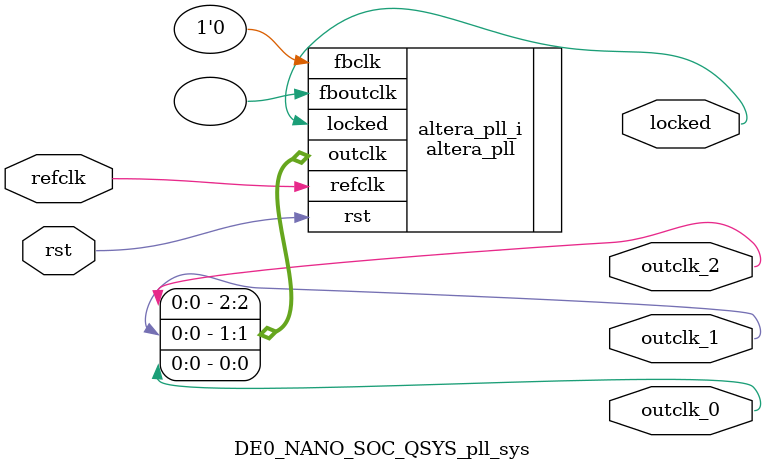
<source format=v>
`timescale 1ns/10ps
module  DE0_NANO_SOC_QSYS_pll_sys(

	// interface 'refclk'
	input wire refclk,

	// interface 'reset'
	input wire rst,

	// interface 'outclk0'
	output wire outclk_0,

	// interface 'outclk1'
	output wire outclk_1,

	// interface 'outclk2'
	output wire outclk_2,

	// interface 'locked'
	output wire locked
);

	altera_pll #(
		.fractional_vco_multiplier("false"),
		.reference_clock_frequency("50.0 MHz"),
		.operation_mode("normal"),
		.number_of_clocks(3),
		.output_clock_frequency0("100.000000 MHz"),
		.phase_shift0("0 ps"),
		.duty_cycle0(50),
		.output_clock_frequency1("40.000000 MHz"),
		.phase_shift1("0 ps"),
		.duty_cycle1(50),
		.output_clock_frequency2("200.000000 MHz"),
		.phase_shift2("0 ps"),
		.duty_cycle2(50),
		.output_clock_frequency3("0 MHz"),
		.phase_shift3("0 ps"),
		.duty_cycle3(50),
		.output_clock_frequency4("0 MHz"),
		.phase_shift4("0 ps"),
		.duty_cycle4(50),
		.output_clock_frequency5("0 MHz"),
		.phase_shift5("0 ps"),
		.duty_cycle5(50),
		.output_clock_frequency6("0 MHz"),
		.phase_shift6("0 ps"),
		.duty_cycle6(50),
		.output_clock_frequency7("0 MHz"),
		.phase_shift7("0 ps"),
		.duty_cycle7(50),
		.output_clock_frequency8("0 MHz"),
		.phase_shift8("0 ps"),
		.duty_cycle8(50),
		.output_clock_frequency9("0 MHz"),
		.phase_shift9("0 ps"),
		.duty_cycle9(50),
		.output_clock_frequency10("0 MHz"),
		.phase_shift10("0 ps"),
		.duty_cycle10(50),
		.output_clock_frequency11("0 MHz"),
		.phase_shift11("0 ps"),
		.duty_cycle11(50),
		.output_clock_frequency12("0 MHz"),
		.phase_shift12("0 ps"),
		.duty_cycle12(50),
		.output_clock_frequency13("0 MHz"),
		.phase_shift13("0 ps"),
		.duty_cycle13(50),
		.output_clock_frequency14("0 MHz"),
		.phase_shift14("0 ps"),
		.duty_cycle14(50),
		.output_clock_frequency15("0 MHz"),
		.phase_shift15("0 ps"),
		.duty_cycle15(50),
		.output_clock_frequency16("0 MHz"),
		.phase_shift16("0 ps"),
		.duty_cycle16(50),
		.output_clock_frequency17("0 MHz"),
		.phase_shift17("0 ps"),
		.duty_cycle17(50),
		.pll_type("General"),
		.pll_subtype("General")
	) altera_pll_i (
		.rst	(rst),
		.outclk	({outclk_2, outclk_1, outclk_0}),
		.locked	(locked),
		.fboutclk	( ),
		.fbclk	(1'b0),
		.refclk	(refclk)
	);
endmodule


</source>
